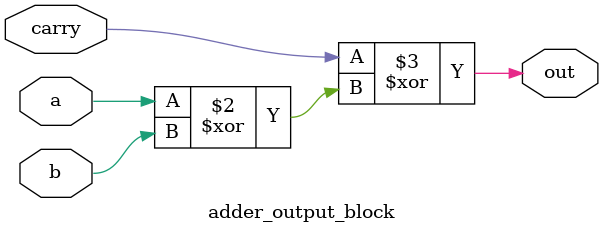
<source format=sv>
`default_nettype none

module adder_output_block(carry, a, b, out);

	input wire carry;
	input wire a;
	input wire b;

	output logic out;

	always_comb begin
		out = carry ^ (a ^ b);
	end

endmodule


</source>
